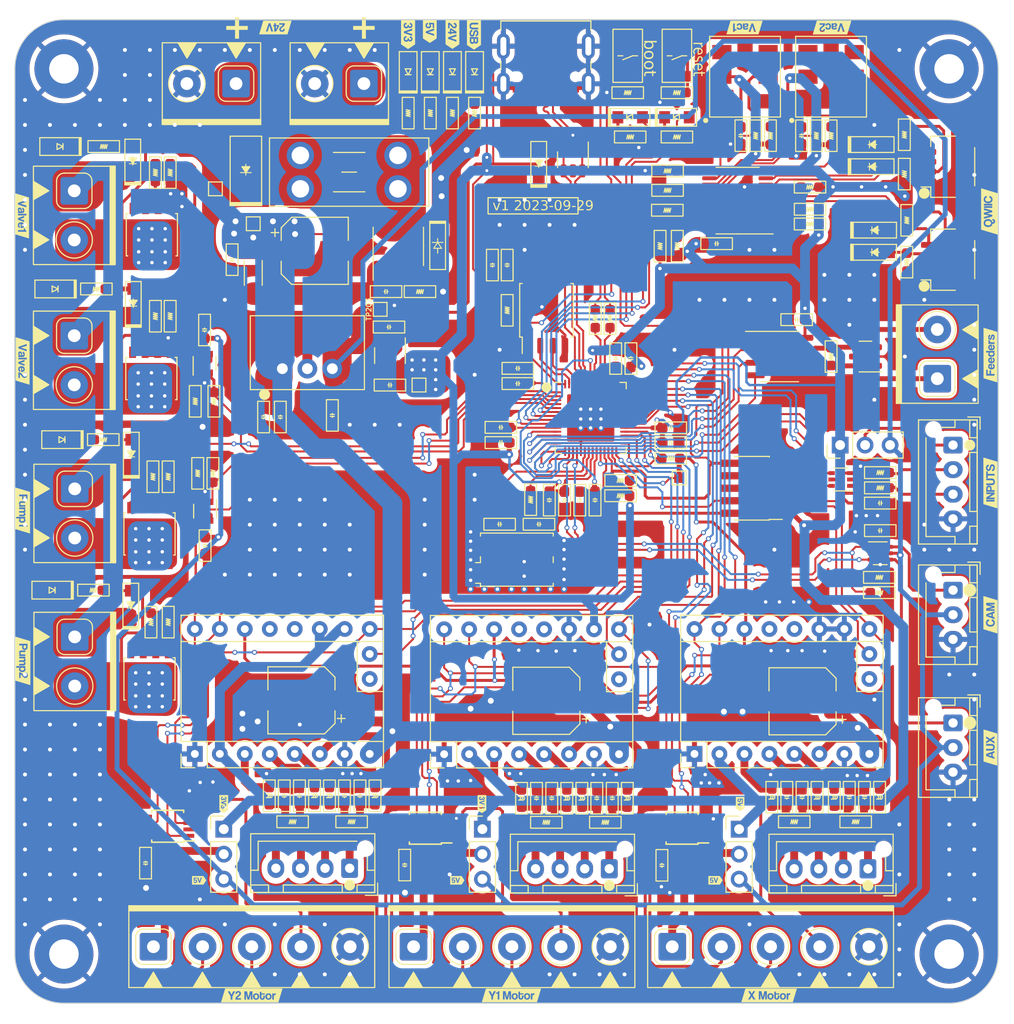
<source format=kicad_pcb>
(kicad_pcb (version 20221018) (generator pcbnew)

  (general
    (thickness 1.6)
  )

  (paper "A4")
  (title_block
    (date "2023-09-29")
    (rev "v1")
  )

  (layers
    (0 "F.Cu" signal)
    (31 "B.Cu" signal)
    (32 "B.Adhes" user "B.Adhesive")
    (33 "F.Adhes" user "F.Adhesive")
    (34 "B.Paste" user)
    (35 "F.Paste" user)
    (36 "B.SilkS" user "B.Silkscreen")
    (37 "F.SilkS" user "F.Silkscreen")
    (38 "B.Mask" user)
    (39 "F.Mask" user)
    (40 "Dwgs.User" user "User.Drawings")
    (41 "Cmts.User" user "User.Comments")
    (42 "Eco1.User" user "User.Eco1")
    (43 "Eco2.User" user "User.Eco2")
    (44 "Edge.Cuts" user)
    (45 "Margin" user)
    (46 "B.CrtYd" user "B.Courtyard")
    (47 "F.CrtYd" user "F.Courtyard")
    (48 "B.Fab" user)
    (49 "F.Fab" user)
    (50 "User.1" user)
    (51 "User.2" user)
    (52 "User.3" user)
    (53 "User.4" user)
    (54 "User.5" user)
    (55 "User.6" user)
    (56 "User.7" user)
    (57 "User.8" user)
    (58 "User.9" user)
  )

  (setup
    (stackup
      (layer "F.SilkS" (type "Top Silk Screen"))
      (layer "F.Paste" (type "Top Solder Paste"))
      (layer "F.Mask" (type "Top Solder Mask") (thickness 0.01))
      (layer "F.Cu" (type "copper") (thickness 0.035))
      (layer "dielectric 1" (type "core") (thickness 1.51) (material "FR4") (epsilon_r 4.5) (loss_tangent 0.02))
      (layer "B.Cu" (type "copper") (thickness 0.035))
      (layer "B.Mask" (type "Bottom Solder Mask") (thickness 0.01))
      (layer "B.Paste" (type "Bottom Solder Paste"))
      (layer "B.SilkS" (type "Bottom Silk Screen"))
      (copper_finish "None")
      (dielectric_constraints no)
    )
    (pad_to_mask_clearance 0)
    (pcbplotparams
      (layerselection 0x00010fc_ffffffff)
      (plot_on_all_layers_selection 0x0000000_00000000)
      (disableapertmacros false)
      (usegerberextensions false)
      (usegerberattributes true)
      (usegerberadvancedattributes true)
      (creategerberjobfile false)
      (dashed_line_dash_ratio 12.000000)
      (dashed_line_gap_ratio 3.000000)
      (svgprecision 4)
      (plotframeref false)
      (viasonmask false)
      (mode 1)
      (useauxorigin false)
      (hpglpennumber 1)
      (hpglpenspeed 20)
      (hpglpendiameter 15.000000)
      (dxfpolygonmode true)
      (dxfimperialunits true)
      (dxfusepcbnewfont true)
      (psnegative false)
      (psa4output false)
      (plotreference true)
      (plotvalue true)
      (plotinvisibletext false)
      (sketchpadsonfab false)
      (subtractmaskfromsilk false)
      (outputformat 1)
      (mirror false)
      (drillshape 0)
      (scaleselection 1)
      (outputdirectory "/tmp/test/")
    )
  )

  (net 0 "")
  (net 1 "+24V")
  (net 2 "GND")
  (net 3 "+5V")
  (net 4 "+3V3")
  (net 5 "+1V1")
  (net 6 "/Brain/XIN")
  (net 7 "Net-(C314-Pad1)")
  (net 8 "Net-(J1502-Pin_1)")
  (net 9 "Net-(J1503-Pin_1)")
  (net 10 "Net-(J1503-Pin_3)")
  (net 11 "Net-(J1503-Pin_4)")
  (net 12 "Net-(J1503-Pin_2)")
  (net 13 "Net-(J1602-Pin_1)")
  (net 14 "Net-(J1603-Pin_1)")
  (net 15 "Net-(J1603-Pin_3)")
  (net 16 "Net-(J1603-Pin_4)")
  (net 17 "Net-(J1603-Pin_2)")
  (net 18 "Net-(J1702-Pin_1)")
  (net 19 "Net-(J1703-Pin_1)")
  (net 20 "Net-(J1703-Pin_3)")
  (net 21 "Net-(J1703-Pin_4)")
  (net 22 "Net-(J1703-Pin_2)")
  (net 23 "Net-(D203-K)")
  (net 24 "Net-(D204-K)")
  (net 25 "Net-(D205-K)")
  (net 26 "Net-(D301-K)")
  (net 27 "/Brain/ACT_LED")
  (net 28 "Net-(D302-K)")
  (net 29 "/Brain/AUX_LED")
  (net 30 "/Connections/QWIIC1_SDA")
  (net 31 "/Connections/QWIIC2_SDA")
  (net 32 "/Connections/QWIIC1_SCL")
  (net 33 "/Connections/QWIIC2_SCL")
  (net 34 "Net-(D405-K)")
  (net 35 "/Brain/D+")
  (net 36 "Net-(D801-A1)")
  (net 37 "Net-(D801-A2)")
  (net 38 "Net-(D1001-K)")
  (net 39 "/Pump A/switched")
  (net 40 "Net-(D1101-K)")
  (net 41 "/Pump B/switched")
  (net 42 "Net-(D1301-K)")
  (net 43 "/Valve A/switched")
  (net 44 "Net-(D1401-K)")
  (net 45 "/Valve B/switched")
  (net 46 "/Power/post polarity")
  (net 47 "Net-(U1502-OA2)")
  (net 48 "Net-(U1502-OA1)")
  (net 49 "Net-(U1502-OB2)")
  (net 50 "Net-(U1502-OB1)")
  (net 51 "Net-(U1602-OA2)")
  (net 52 "Net-(U1602-OA1)")
  (net 53 "Net-(U1602-OB2)")
  (net 54 "Net-(U1602-OB1)")
  (net 55 "Net-(U1702-OA2)")
  (net 56 "Net-(U1702-OA1)")
  (net 57 "Net-(U1702-OB2)")
  (net 58 "Net-(U1702-OB1)")
  (net 59 "/Brain/SWD")
  (net 60 "/Brain/SWCLK")
  (net 61 "unconnected-(J301-SWO{slash}TDO-Pad6)")
  (net 62 "unconnected-(J301-KEY-Pad7)")
  (net 63 "unconnected-(J301-NC{slash}TDI-Pad8)")
  (net 64 "/Brain/RUN")
  (net 65 "Net-(J402-Pin_1)")
  (net 66 "Net-(J403-Pin_1)")
  (net 67 "Net-(J405-Pin_2)")
  (net 68 "Net-(J406-Pin_2)")
  (net 69 "Net-(J406-Pin_3)")
  (net 70 "unconnected-(J407-CC1-PadA5)")
  (net 71 "/Brain/D-")
  (net 72 "unconnected-(J407-SBU1-PadA8)")
  (net 73 "unconnected-(J407-CC2-PadB5)")
  (net 74 "unconnected-(J407-SBU2-PadB8)")
  (net 75 "Net-(J1502-Pin_2)")
  (net 76 "Net-(J1502-Pin_3)")
  (net 77 "Net-(J1502-Pin_4)")
  (net 78 "Net-(J1602-Pin_2)")
  (net 79 "Net-(J1602-Pin_3)")
  (net 80 "Net-(J1602-Pin_4)")
  (net 81 "Net-(J1702-Pin_2)")
  (net 82 "Net-(J1702-Pin_3)")
  (net 83 "Net-(J1702-Pin_4)")
  (net 84 "Net-(Q1001-G)")
  (net 85 "Net-(Q1101-G)")
  (net 86 "Net-(Q1301-G)")
  (net 87 "Net-(Q1401-G)")
  (net 88 "/Power/DCIN")
  (net 89 "/Power/gate")
  (net 90 "/Power/post fuse")
  (net 91 "/Brain/UART0_TX")
  (net 92 "/TMC_UART")
  (net 93 "Net-(SW301A-B)")
  (net 94 "Net-(SW302A-B)")
  (net 95 "/Brain/XOUT")
  (net 96 "/Brain/QSPI_CS")
  (net 97 "/Brain/CAM_LED")
  (net 98 "/Brain/AUX_OUT")
  (net 99 "Net-(U402-1A)")
  (net 100 "Net-(U402-2A)")
  (net 101 "/Brain/I2C_SCL")
  (net 102 "/Brain/I2C_SDA")
  (net 103 "/I2C Multiplexer/~{RESET}")
  (net 104 "/I2C Multiplexer/INT")
  (net 105 "/I2C Multiplexer/~{INT0}")
  (net 106 "/I2C Multiplexer/~{INT1}")
  (net 107 "/I2C Multiplexer/~{INT2}")
  (net 108 "/I2C Multiplexer/SDA2")
  (net 109 "/I2C Multiplexer/SCL2")
  (net 110 "/I2C Multiplexer/~{INT3}")
  (net 111 "/I2C Multiplexer/SDA3")
  (net 112 "/I2C Multiplexer/SCL3")
  (net 113 "/Brain/PUMP_A")
  (net 114 "/Brain/PUMP_B")
  (net 115 "/Brain/VALVE_A")
  (net 116 "/Brain/VALVE_B")
  (net 117 "/Valve A/ENABLE")
  (net 118 "/Valve B/ENABLE")
  (net 119 "unconnected-(U202-NC-Pad4)")
  (net 120 "/Brain/UART1_TX")
  (net 121 "/Brain/UART1_RX")
  (net 122 "/Brain/RS485_~{IN_EN}")
  (net 123 "/Brain/RS485_OUT_EN")
  (net 124 "/Brain/IN_1")
  (net 125 "/Brain/IN_2")
  (net 126 "/Brain/M2_DIR")
  (net 127 "/Brain/M2_STEP")
  (net 128 "/Brain/M2_DIAG")
  (net 129 "/Brain/M2_EN")
  (net 130 "/Brain/M1_DIR")
  (net 131 "/Brain/M1_STEP")
  (net 132 "/Brain/M1_DIAG")
  (net 133 "/Brain/M1_EN")
  (net 134 "/Brain/M0_DIR")
  (net 135 "/Brain/M0_STEP")
  (net 136 "/Brain/M0_DIAG")
  (net 137 "/Brain/M0_EN")
  (net 138 "/Brain/QSPI_SD3")
  (net 139 "/Brain/QSPI_SCLK")
  (net 140 "/Brain/QSPI_SD0")
  (net 141 "/Brain/QSPI_SD2")
  (net 142 "/Brain/QSPI_SD1")
  (net 143 "unconnected-(U601-EOC-Pad3)")
  (net 144 "unconnected-(U601-Pad4)")
  (net 145 "unconnected-(U701-EOC-Pad3)")
  (net 146 "unconnected-(U701-Pad4)")
  (net 147 "unconnected-(U1502-PDN_UART-Pad4)")
  (net 148 "unconnected-(U1502-SPREAD-Pad5)")
  (net 149 "unconnected-(U1502-INDEX-Pad17)")
  (net 150 "unconnected-(U1602-PDN_UART-Pad4)")
  (net 151 "unconnected-(U1602-SPREAD-Pad5)")
  (net 152 "unconnected-(U1602-INDEX-Pad17)")
  (net 153 "unconnected-(U1702-PDN_UART-Pad4)")
  (net 154 "unconnected-(U1702-SPREAD-Pad5)")
  (net 155 "unconnected-(U1702-INDEX-Pad17)")
  (net 156 "/Pump A/ENABLE")
  (net 157 "/Pump B/ENABLE")
  (net 158 "Net-(U301-USB_DP)")
  (net 159 "Net-(U301-USB_DM)")

  (footprint "Droid:L_0603_HandSolder" (layer "F.Cu") (at 202.02 124.9 -90))

  (footprint "Droid:L_0603_HandSolder" (layer "F.Cu") (at 253.3475 125.05 -90))

  (footprint "MountingHole:MountingHole_3mm_Pad" (layer "F.Cu") (at 265 51))

  (footprint "Droid:D_SMA" (layer "F.Cu") (at 193.5 61.25 90))

  (footprint "Droid:JST_XH_B4B-XH-AM_1x04_P2.50mm_Vertical" (layer "F.Cu") (at 226.7 131.8 180))

  (footprint "Package_SO:TSSOP-8_3x3mm_P0.65mm" (layer "F.Cu") (at 211.75 128.2 180))

  (footprint "Droid:APB2LAN_SMT" (layer "F.Cu") (at 244.25 51.8))

  (footprint "Capacitor_SMD:CP_Elec_6.3x9.9" (layer "F.Cu") (at 200.5 69.5))

  (footprint "Droid:R_0603_HandSolder" (layer "F.Cu") (at 245.3325 57.8 90))

  (footprint "Droid:R_0603_HandSolder" (layer "F.Cu") (at 253 80.25 90))

  (footprint "Droid:C_0603_HandSolder" (layer "F.Cu") (at 243.8325 57.7925 -90))

  (footprint "Droid:L_0603_HandSolder" (layer "F.Cu") (at 232.3 125.15 -90))

  (footprint "Droid:C_0603_HandSolder" (layer "F.Cu") (at 197 86.4 -90))

  (footprint "Droid:R_0603_HandSolder" (layer "F.Cu") (at 255.5 127.55))

  (footprint "Droid:R_0603_HandSolder" (layer "F.Cu") (at 178.3 73.38))

  (footprint "Droid:C_0603_HandSolder" (layer "F.Cu") (at 223.3 97.3))

  (footprint "Droid:D_SOD-323" (layer "F.Cu") (at 223.275 60.5875 90))

  (footprint "Droid:R_0603_HandSolder" (layer "F.Cu") (at 216.75 55.5 -90))

  (footprint "Droid:TerminalBlock_PhoenixContact_5x5mm" (layer "F.Cu") (at 220.55 140.25))

  (footprint "Connector_PinHeader_2.54mm:PinHeader_1x03_P2.54mm_Vertical" (layer "F.Cu") (at 217.55 128.3))

  (footprint "Droid:R_0603_HandSolder" (layer "F.Cu") (at 210 55.5 -90))

  (footprint "Droid:C_0603_HandSolder" (layer "F.Cu") (at 250 57.8 -90))

  (footprint "Droid:C_0603_HandSolder" (layer "F.Cu") (at 250.05 125.05 90))

  (footprint "Package_TO_SOT_SMD:SOT-23" (layer "F.Cu") (at 256.5 80.25 180))

  (footprint "Droid:C_0603_HandSolder" (layer "F.Cu") (at 189.3 77.55 90))

  (footprint "Connector_PinHeader_1.27mm:PinHeader_2x05_P1.27mm_Vertical_SMD" (layer "F.Cu") (at 244.95 93.64 180))

  (footprint "Connector_PinHeader_2.54mm:PinHeader_1x03_P2.54mm_Vertical" (layer "F.Cu") (at 253.92 89.25 90))

  (footprint "kibuzzard-652135D8" (layer "F.Cu") (at 241.25 133.5))

  (footprint "Droid:JST_X_B3B-XH-AM_1x03_P2.50mm_Vertical" (layer "F.Cu") (at 265.4 117.45 -90))

  (footprint "TestPoint:TestPoint_Pad_1.0x1.0mm" (layer "F.Cu") (at 207.15 75.45 90))

  (footprint "Droid:C_0603_HandSolder" (layer "F.Cu") (at 218.565 70.95 90))

  (footprint "Droid:C_0603_HandSolder" (layer "F.Cu") (at 225.9 94.85 -90))

  (footprint "Droid:R_0603_HandSolder" (layer "F.Cu") (at 230.05 127.6))

  (footprint "kibuzzard-65115750" (layer "F.Cu") (at 246.7 145.2))

  (footprint "Package_SO:TSSOP-8_3x3mm_P0.65mm" (layer "F.Cu") (at 185.55 128 180))

  (footprint "Droid:R_0603_HandSolder" (layer "F.Cu") (at 222.45 94.8 -90))

  (footprint "Droid:C_0603_HandSolder" (layer "F.Cu") (at 236.7 87.5))

  (footprint "Package_TO_SOT_SMD:LFPAK56" (layer "F.Cu") (at 183.94 67.865 -90))

  (footprint "TestPoint:TestPoint_Pad_1.0x1.0mm" (layer "F.Cu") (at 211.1 83.15 90))

  (footprint "Droid:C_0603_HandSolder" (layer "F.Cu") (at 236.7 89))

  (footprint "TestPoint:TestPoint_Pad_1.0x1.0mm" (layer "F.Cu") (at 194.25 66.75 -90))

  (footprint "Droid:APB2LAN_SMT" (layer "F.Cu") (at 253 51.8))

  (footprint "Package_TO_SOT_SMD:SOT-23-5" (layer "F.Cu") (at 208.15 80.15 -90))

  (footprint "Droid:R_0603_HandSolder" (layer "F.Cu")
    (tstamp 2a321485-c55b-4974-b8f3-2ba1b0a09bb9)
    (at 260.45 61.7 90)
    (property "Rating" "100mW")
    (property "Sheetfile" "i2c_mux.kicad_sch")
    (property "Sheetname" "I2C Multiplexer")
    (property "ki_description" "Resistor, US symbol")
    (property "ki_keywords" "R res resistor")
    (property "mpn" "RC0603FR-074K7L")
    (path "/1d08cd43-a64b-4bec-a67e-07cd82ec4b67/e5d1d26f-b95b-4eec-bbf7-94e0db0b2272")
    (attr smd)
    (fp_text reference "R509" (at 0 -1.2 90 unlocked) (layer "F.SilkS") hide
        (effects (font (size 0.7 0.7) (thickness 0.15)))
      (tstamp a006efc4-9607-4e52-be59-17be116cf2ec)
    )
    (fp_text value "4k7" (at 0 1.275 90 unlocked) (layer "F.Fab") hide
        (effects (font (size 0.7 0.7) (thickness 0.15)))
      (tstamp 57540587-84fd-4775-be02-397b4cfb4682)
    )
    (fp_text user "${REFERENCE}" (at 0 0 90) (layer "F.Fab")
        (effects (font (size 0.4 0.4) (thickness 0.06)))
      (tstamp 495f2201-d9b1-49ba-adbe-95e3feaca4dd)
    )
    (fp_line (start -0.35 0.2) (end -0.25 -0.2)
      (stroke (width 0.12) (type solid)) (layer "F.SilkS") (tstamp 5f532095-7c34-480e-81a2-4b6609e854eb))
    (fp_line (start -0.25 -0.2) (end -0.15 0.2)
      (stroke (width 0.12) (type solid)) (layer "F.SilkS") (tstamp 345c36a0-49a1-4a08-9a5c-60dffffa415b))
    (fp_line (start -0.15 0.2) (end -0.05 -0.2)
      (stroke (width 0.12) (type solid)) (layer "F.SilkS") (tstamp 28aeef47-4563-47c6-80e5-3d9364bc08dd))
    (fp_line (start -0.05 -0.2) (end 0.05 0.2)
      (stroke (width 0.12) (type solid)) (layer "F.SilkS") (tstamp eed8378e-e3dd-459c-b39b-12aaf3a3c3d5))
    (fp_line (start 0.05 0.2) (end 0.15 -0.2)
      (stroke (width 0.12) (type solid)) (layer "F.SilkS") (tstamp ca919e5d-794c-4b2c-9bde-d754648ec312))
    (fp_line (start 0.15 -0.2) (end 0.25 0.2)
      (stroke (width 0.12) (type solid)) (layer "F.SilkS") (tstamp 914e8e52-0476-411e-9648-5a37b4f4b5ee))
    (fp_line (start 0.25 0.2) (end 0.35 -0.2)
      (stroke (width 0.12) (type solid)) (layer "F.SilkS") (tstamp 3a054804-f9b3-4fc5-8471-5231e8884d90))
    (fp_rect (start -1.6 -0.6) (end 1.6 0.6)
      (stroke (width 0.12) (type solid)) (fill none) (layer "F.SilkS") (tstamp df290cbe-8a0b-48fc-b3e0-d85b9753e6b6))
    (fp_line (start -1.65 -0.73) (end 1.65 -0.73)
      (stroke (width 0.05) (type solid)) (layer "F.CrtYd") (tstamp 2f4e2ef6-5cb6-4f5b-a7ab-6bf9c186da1a))
    (fp_line (start -1.65 0.73) (end -1.65 -0.73)
      (stroke (width 0.05) (type solid)) (layer "F.CrtYd") (tstamp 9cbda227-333a-4dce-96cb-6fe83360835d))
    (fp_line (start 1.65 -0.73) (end 1.65 0.73)
      (stroke (width 0.05) (type solid)) (la
... [2598833 chars truncated]
</source>
